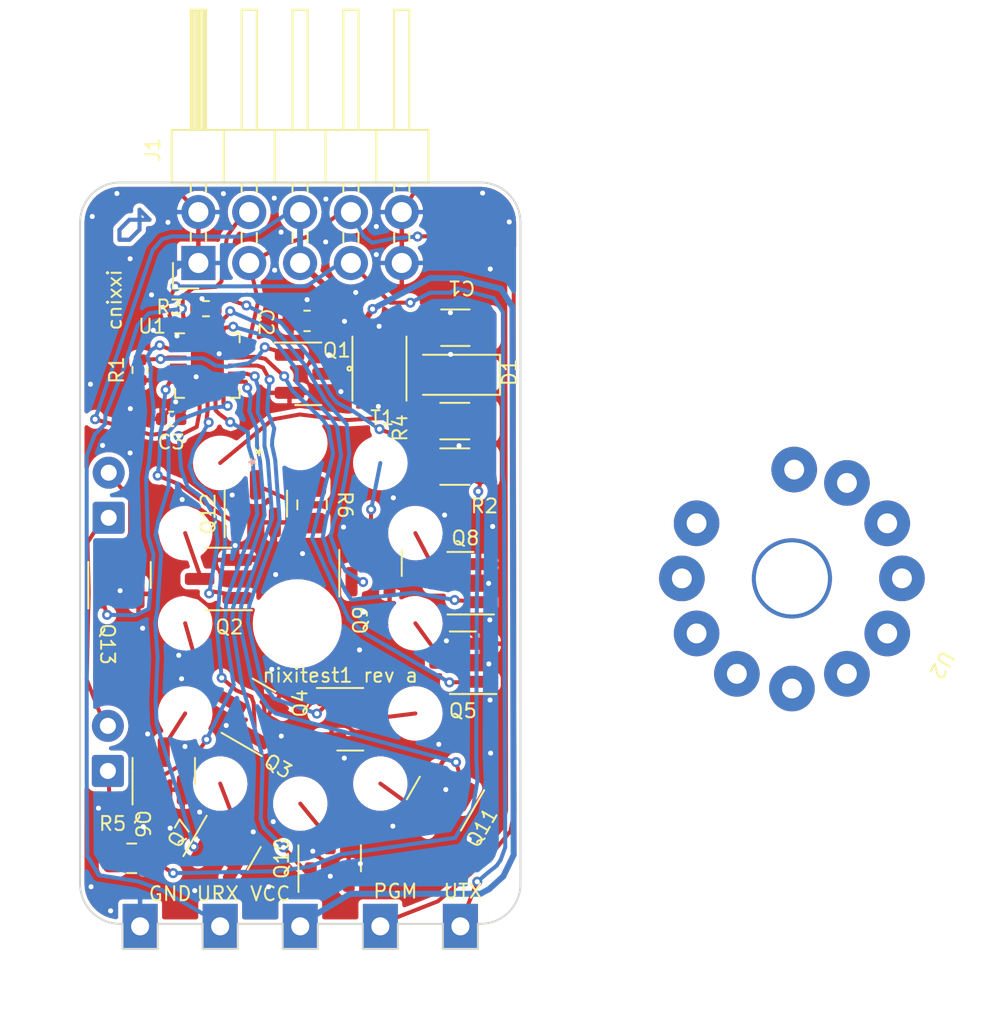
<source format=kicad_pcb>
(kicad_pcb (version 20221018) (generator pcbnew)
  (layers (0 "F.Cu" signal) (31 "B.Cu" signal) (34 "B.Paste" user) (35 "F.Paste" user) (36 "B.SilkS" user "B.Silkscreen") (37 "F.SilkS" user "F.Silkscreen") (38 "B.Mask" user) (39 "F.Mask" user) (44 "Edge.Cuts" user))
  (net 0 "")
  (net 1 "GND")
  (net 2 "Net-(D1-Pad2)")
  (net 3 "HVCTL")
  (net 4 "Net-(Q1-Pad3)")
  (net 5 "DIG_0")
  (net 6 "CATH0")
  (net 7 "DIG_1")
  (net 8 "CATH1")
  (net 9 "DIG_6")
  (net 10 "CATH6")
  (net 11 "DIG_7")
  (net 12 "CATH7")
  (net 13 "DIG_2")
  (net 14 "CATH2")
  (net 15 "DIG_3")
  (net 16 "CATH3")
  (net 17 "DIG_8")
  (net 18 "CATH8")
  (net 19 "DIG_9")
  (net 20 "CATH9")
  (net 21 "DIG_4")
  (net 22 "CATH4")
  (net 23 "DIG_5")
  (net 24 "CATH5")
  (net 25 "DIG_DOT")
  (net 26 "CATHDOT")
  (net 27 "DIG_AUX")
  (net 28 "CATHAUX")
  (net 29 "HVVMON")
  (net 30 "ANODE")
  (net 31 "HV")
  (net 32 "Net-(NE1-Pad1)")
  (net 33 "+5V")
  (net 34 "PGM")
  (net 35 "URX")
  (net 36 "UTX")
  (net 37 "Net-(NE1-Pad2)")
  (net 38 "Net-(Q12-Pad3)")
  (footprint "rawpad22:rawpad22" (layer "F.Cu") (at 98 95.125)
    (fp_text reference "J6" hide)
    (fp_text value "~" hide)
  )
  (footprint "Package_TO_SOT_SMD:SOT-23" (layer "F.Cu") (at 98.12 81.97 180)
    (fp_text reference "Q5")
    (fp_text value "HVN")
  )
  (footprint "Package_TO_SOT_SMD:SOT-23" (layer "F.Cu") (at 93.51 76.99 90)
    (fp_text reference "Q9")
    (fp_text value "HVN")
  )
  (footprint "Package_TO_SOT_SMD:SOT-23" (layer "F.Cu") (at 87.78 74.03 90)
    (fp_text reference "Q12")
    (fp_text value "HVN")
  )
  (footprint "Package_TO_SOT_SMD:SOT-23" (layer "F.Cu") (at 80.97 77.59 90)
    (fp_text reference "Q13")
    (fp_text value "HVN")
  )
  (footprint "Package_TO_SOT_SMD:SOT-23" (layer "F.Cu") (at 83.18 87.37 90)
    (fp_text reference "Q6")
    (fp_text value "HVN")
  )
  (footprint "Flyback-ATB3225:Flyback-ATB3225" (layer "F.Cu") (at 93.955 67.29 -90)
    (fp_text reference "T1")
    (fp_text value "Flyback-ATB3225")
  )
  (footprint "Package_DFN_QFN:QFN-20-1EP_3x3mm_P0.4mm_EP1.65x1.65mm" (layer "F.Cu") (at 85.359999 67.14)
    (fp_text reference "U1")
    (fp_text value "CH32V003F4U6")
  )
  (footprint "Capacitor_SMD:C_1206_3216Metric" (layer "F.Cu") (at 97.75 65.25 180)
    (fp_text reference "C1")
    (fp_text value "220nF 250V")
  )
  (footprint "Package_TO_SOT_SMD:SOT-23" (layer "F.Cu") (at 92.5 84.79)
    (fp_text reference "Q4")
    (fp_text value "HVN")
  )
  (footprint "Resistor_SMD:R_0402_1005Metric" (layer "F.Cu") (at 82 67.36 90)
    (fp_text reference "R1")
    (fp_text value "10k")
  )
  (footprint "Package_TO_SOT_SMD:SOT-23" (layer "F.Cu") (at 85.91 77.79 180)
    (fp_text reference "Q2")
    (fp_text value "HVN")
  )
  (footprint "Package_TO_SOT_SMD:SOT-23" (layer "F.Cu") (at 90.4 67.55)
    (fp_text reference "Q1")
    (fp_text value "60V 3A")
  )
  (footprint "Resistor_SMD:R_0402_1005Metric" (layer "F.Cu") (at 85.29 64.3)
    (fp_text reference "R3")
    (fp_text value "10k")
  )
  (footprint "rawpad22:rawpad22" (layer "F.Cu") (at 94 95.125)
    (fp_text reference "J5" hide)
    (fp_text value "~" hide)
  )
  (footprint "Resistor_SMD:R_0805_2012Metric" (layer "F.Cu") (at 90.59 74.09 -90)
    (fp_text reference "R6")
    (fp_text value "82kΩ 125mW")
  )
  (footprint "rawpad22:rawpad22" (layer "F.Cu") (at 90 95.125)
    (fp_text reference "J3" hide)
    (fp_text value "~" hide)
  )
  (footprint "Resistor_SMD:R_1206_3216Metric" (layer "F.Cu") (at 97.72 72.18)
    (fp_text reference "R2")
    (fp_text value "1M")
  )
  (footprint "neonglow:neonglow" (layer "F.Cu") (at 80.39 86.27 90)
    (fp_text reference "NE1" hide)
    (fp_text value "Lamp_Neon")
  )
  (footprint "Package_TO_SOT_SMD:SOT-23" (layer "F.Cu") (at 91.47 91.73 90)
    (fp_text reference "Q10")
    (fp_text value "HVN")
  )
  (footprint "Package_TO_SOT_SMD:SOT-23" (layer "F.Cu") (at 97 89 -120)
    (fp_text reference "Q11")
    (fp_text value "HVN")
  )
  (footprint "Library:IN2-NIXIE" (layer "F.Cu") (at 114.56 77.76 -120)
    (fp_text reference "U2")
    (fp_text value "IN12-NIXIETUBE")
  )
  (footprint "neonglow:neonglow" (layer "F.Cu") (at 80.43 73.635 90)
    (fp_text reference "NE2" hide)
    (fp_text value "Lamp_Neon")
  )
  (footprint "rawpad22:rawpad22" (layer "F.Cu") (at 86 95.125)
    (fp_text reference "J4" hide)
    (fp_text value "~" hide)
  )
  (footprint "rawpad22:rawpad22" (layer "F.Cu") (at 82 95.125)
    (fp_text reference "J2" hide)
    (fp_text value "~" hide)
  )
  (footprint "Connector_PinHeader_2.54mm:PinHeader_2x05_P2.54mm_Horizontal" (layer "F.Cu") (at 84.91 62.02 90)
    (fp_text reference "J1")
    (fp_text value "MSYS")
  )
  (footprint "Resistor_SMD:R_0805_2012Metric" (layer "F.Cu") (at 81.58 91.73 180)
    (fp_text reference "R5")
    (fp_text value "82kΩ 125mW")
  )
  (footprint "Capacitor_SMD:C_0603_1608Metric" (layer "F.Cu") (at 90.34 64.91 180)
    (fp_text reference "C2")
    (fp_text value "10uF 25V")
  )
  (footprint "Package_TO_SOT_SMD:SOT-23" (layer "F.Cu") (at 98 78 180)
    (fp_text reference "Q8")
    (fp_text value "HVN")
  )
  (footprint "Package_TO_SOT_SMD:SOT-23" (layer "F.Cu") (at 86.35 90.95 60)
    (fp_text reference "Q7")
    (fp_text value "HVN")
  )
  (footprint "Package_TO_SOT_SMD:SOT-23" (layer "F.Cu") (at 87.41 84.44 150)
    (fp_text reference "Q3")
    (fp_text value "HVN")
  )
  (footprint "Resistor_SMD:R_1206_3216Metric" (layer "F.Cu") (at 97.72 69.91 180)
    (fp_text reference "R4")
    (fp_text value "15kΩ 1206 1% 250mW")
  )
  (footprint "Diode_SMD:D_SOD-123F" (layer "F.Cu") (at 97.78 67.6 180)
    (fp_text reference "D1")
    (fp_text value "35ns 1A 400V" hide)
  )
  (footprint "Capacitor_SMD:C_0402_1005Metric" (layer "F.Cu") (at 83.55 69.8 180)
    (fp_text reference "C3")
    (fp_text value "100n")
  )
  (gr_line (start 79 60) (end 79 93) (stroke (width 0.1)) (layer "Edge.Cuts"))
  (gr_line (start 93.125 96.25) (end 93.125 95) (stroke (width 0.1)) (layer "Edge.Cuts"))
  (gr_line (start 94.875 96.25) (end 93.125 96.25) (stroke (width 0.1)) (layer "Edge.Cuts"))
  (gr_arc (start 101 93) (mid 100.414214 94.414214) (end 99 95) (stroke (width 0.1)) (layer "Edge.Cuts"))
  (gr_line (start 90.875 96.25) (end 89.125 96.25) (stroke (width 0.1)) (layer "Edge.Cuts"))
  (gr_line (start 86.875 95) (end 86.875 96.25) (stroke (width 0.1)) (layer "Edge.Cuts"))
  (gr_line (start 81.125 96.25) (end 82.875 96.25) (stroke (width 0.1)) (layer "Edge.Cuts"))
  (gr_line (start 90.875 95) (end 93.125 95) (stroke (width 0.1)) (layer "Edge.Cuts"))
  (gr_line (start 101 93) (end 101 60) (stroke (width 0.1)) (layer "Edge.Cuts"))
  (gr_arc (start 81 95) (mid 79.585786 94.414214) (end 79 93) (stroke (width 0.1)) (layer "Edge.Cuts"))
  (gr_line (start 82.875 95) (end 85.125 95) (stroke (width 0.1)) (layer "Edge.Cuts"))
  (gr_line (start 98.875 96.25) (end 97.125 96.25) (stroke (width 0.1)) (layer "Edge.Cuts"))
  (gr_line (start 82.875 96.25) (end 82.875 95) (stroke (width 0.1)) (layer "Edge.Cuts"))
  (gr_line (start 99 95) (end 98.875 95) (stroke (width 0.1)) (layer "Edge.Cuts"))
  (gr_line (start 81 58) (end 99 58) (stroke (width 0.1)) (layer "Edge.Cuts"))
  (gr_line (start 81 95) (end 81.125 95) (stroke (width 0.1)) (layer "Edge.Cuts"))
  (gr_line (start 89.125 96.25) (end 89.125 95) (stroke (width 0.1)) (layer "Edge.Cuts"))
  (gr_line (start 94.875 95) (end 94.875 96.25) (stroke (width 0.1)) (layer "Edge.Cuts"))
  (gr_line (start 85.125 96.25) (end 85.125 95) (stroke (width 0.1)) (layer "Edge.Cuts"))
  (gr_line (start 90.875 95) (end 90.875 96.25) (stroke (width 0.1)) (layer "Edge.Cuts"))
  (gr_arc (start 79 60) (mid 79.585786 58.585786) (end 81 58) (stroke (width 0.1)) (layer "Edge.Cuts"))
  (gr_line (start 86.875 95) (end 89.125 95) (stroke (width 0.1)) (layer "Edge.Cuts"))
  (gr_line (start 81.125 95) (end 81.125 96.25) (stroke (width 0.1)) (layer "Edge.Cuts"))
  (gr_arc (start 99 58) (mid 100.414214 58.585786) (end 101 60) (stroke (width 0.1)) (layer "Edge.Cuts"))
  (gr_line (start 98.875 95) (end 98.875 96.25) (stroke (width 0.1)) (layer "Edge.Cuts"))
  (gr_line (start 86.875 96.25) (end 85.125 96.25) (stroke (width 0.1)) (layer "Edge.Cuts"))
  (gr_line (start 97.125 96.25) (end 97.125 95) (stroke (width 0.1)) (layer "Edge.Cuts"))
  (gr_line (start 94.875 95) (end 97.125 95) (stroke (width 0.1)) (layer "Edge.Cuts"))
  (gr_text "*" (at 87.42 71.84 -120) (layer "B.SilkS") (effects (font (size 0.7 0.7) (thickness 0.1)) (justify mirror)))
  (gr_text "GND" (at 83.5 93.5) (layer "F.SilkS") (effects (font (size 0.7 0.7) (thickness 0.1))))
  (gr_text "cnixxi" (at 80.72 63.86 90) (layer "F.SilkS") (effects (font (size 0.7 0.7) (thickness 0.1))))
  (gr_text "*" (at 88.11 71.34 120) (layer "F.SilkS") (effects (font (size 0.7 0.7) (thickness 0.1))))
  (gr_text "UTX" (at 98.125 93.375) (layer "F.SilkS") (effects (font (size 0.7 0.7) (thickness 0.1))))
  (gr_text "PGM" (at 94.75 93.375) (layer "F.SilkS") (effects (font (size 0.7 0.7) (thickness 0.1))))
  (gr_text "URX" (at 85.875 93.5) (layer "F.SilkS") (effects (font (size 0.7 0.7) (thickness 0.1))))
  (gr_text "VCC" (at 88.5 93.5) (layer "F.SilkS") (effects (font (size 0.7 0.7) (thickness 0.1))))
  (gr_text "nixitest1 rev a" (at 92 82.6) (layer "F.SilkS") (effects (font (size 0.7 0.7) (thickness 0.1))))
  (segment (start 80.97 60.86) (end 80.97 60.36) (width 0.2) (layer "F.Cu") (net 0))
  (segment (start 81.97 59.36) (end 81.97 60.36) (width 0.2) (layer "F.Cu") (net 0))
  (segment (start 81.97 60.36) (end 81.47 60.86) (width 0.2) (layer "F.Cu") (net 0))
  (segment (start 81.47 59.86) (end 82.47 59.86) (width 0.2) (layer "F.Cu") (net 0))
  (segment (start 80.97 60.36) (end 81.47 59.86) (width 0.2) (layer "F.Cu") (net 0))
  (segment (start 81.47 60.86) (end 80.97 60.86) (width 0.2) (layer "F.Cu") (net 0))
  (segment (start 82.47 59.86) (end 81.97 59.36) (width 0.2) (layer "F.Cu") (net 0))
  (segment (start 80.97 60.36) (end 81.47 59.86) (width 0.2) (layer "B.Cu") (net 0))
  (segment (start 82.47 59.86) (end 81.97 59.36) (width 0.2) (layer "B.Cu") (net 0))
  (segment (start 81.97 59.36) (end 81.97 60.36) (width 0.2) (layer "B.Cu") (net 0))
  (segment (start 81.47 60.86) (end 80.97 60.86) (width 0.2) (layer "B.Cu") (net 0))
  (segment (start 80.97 60.86) (end 80.97 60.36) (width 0.2) (layer "B.Cu") (net 0))
  (segment (start 81.47 59.86) (end 82.47 59.86) (width 0.2) (layer "B.Cu") (net 0))
  (segment (start 81.97 60.36) (end 81.47 60.86) (width 0.2) (layer "B.Cu") (net 0))
  (segment (start 91.307459 58.332541) (end 91.28 58.83) (width 0.2) (layer "F.Cu") (net 1))
  (segment (start 84.55 72.9) (end 85.5 73.55) (width 0.2) (layer "F.Cu") (net 1))
  (segment (start 88.625 69.225) (end 89.925 69.125) (width 0.2) (layer "F.Cu") (net 1))
  (segment (start 88.44 76.71) (end 88.73 74.9675) (width 0.2) (layer "F.Cu") (net 1))
  (segment (start 81.575 70.8) (end 82.6 70.975) (width 0.2) (layer "F.Cu") (net 1))
  (segment (start 92.0025 85.74) (end 88.2875 84.99) (width 0.2) (layer "F.Cu") (net 1))
  (segment (start 85.5 73.55) (end 86.6 73.6) (width 0.2) (layer "F.Cu") (net 1))
  (segment (start 97.61 79.51) (end 99.0575 81.02) (width 0.2) (layer "F.Cu") (net 1))
  (segment (start 84.08 73.92) (end 83.52 73.28) (width 0.2) (layer "F.Cu") (net 1))
  (segment (start 83.77 58.32) (end 84.91 59.48) (width 0.2) (layer "F.Cu") (net 1))
  (segment (start 81.925 73.025) (end 81.75 72.625) (width 0.2) (layer "F.Cu") (net 1))
  (segment (start 82.475 71.875) (end 83.6 72.225) (width 0.2) (layer "F.Cu") (net 1))
  (segment (start 81.5 71.5) (end 81.728571 72.003571) (width 0.2) (layer "F.Cu") (net 1))
  (segment (start 83.6 72.225) (end 84.55 72.9) (width 0.2) (layer "F.Cu") (net 1))
  (segment (start 86.8075 81.45) (end 87.98 82.51) (width 0.2) (layer "F.Cu") (net 1))
  (segment (start 81.92 78.5275) (end 83.29 78.6) (width 0.2) (layer "F.Cu") (net 1))
  (segment (start 80.125 71.125) (end 81.575 70.8) (width 0.2) (layer "F.Cu") (net 1))
  (segment (start 83.9758 78.4758) (end 84.925 78.725) (width 0.2) (layer "F.Cu") (net 1))
  (segment (start 86.75 76.12) (end 85.975 75.75) (width 0.2) (layer "F.Cu") (net 1))
  (segment (start 82.6 70.975) (end 83.95 71.175) (width 0.2) (layer "F.Cu") (net 1))
  (segment (start 86.9 70.4) (end 87.575 69.775) (width 0.2) (layer "F.Cu") (net 1))
  (segment (start 91.307459 58.332541) (end 88.801628 58.328372) (width 0.2) (layer "F.Cu") (net 1))
  (segment (start 87.98 82.51) (end 88.2875 84.99) (width 0.2) (layer "F.Cu") (net 1))
  (segment (start 84.925 78.725) (end 85.525 79.225) (width 0.2) (layer "F.Cu") (net 1))
  (segment (start 83.29 78.6) (end 83.9758 78.4758) (width 0.2) (layer "F.Cu") (net 1))
  (segment (start 95.085 61.65) (end 95.085 59.11) (width 0.2) (layer "F.Cu") (net 1))
  (segment (start 85.25 74.475) (end 84.875 74.225) (width 0.2) (layer "F.Cu") (net 1))
  (segment (start 84.79 64.075) (end 85.09 63.8) (width 0.2) (layer "F.Cu") (net 1))
  (segment (start 85.975 75.75) (end 85.6 74.925) (width 0.2) (layer "F.Cu") (net 1))
  (segment (start 93.77 85.88) (end 92.0025 85.74) (width 0.2) (layer "F.Cu") (net 1))
  (segment (start 86.8875 76.72) (end 88.44 76.71) (width 0.2) (layer "F.Cu") (net 1))
  (segment (start 99.93 77.47) (end 98.9375 77.05) (width 0.2) (layer "F.Cu") (net 1))
  (segment (start 91.67 76.35) (end 93.05 77.02) (width 0.2) (layer "F.Cu") (net 1))
  (segment (start 89.565 64.91) (end 90.34 63.85) (width 0.2) (layer "F.Cu") (net 1))
  (segment (start 90.113482 76.523482) (end 91.67 76.35) (width 0.2) (layer "F.Cu") (net 1))
  (segment (start 88.44 76.71) (end 90.113482 76.523482) (width 0.2) (layer "F.Cu") (net 1))
  (segment (start 89.925 69.125) (end 92.03 68.44) (width 0.2) (layer "F.Cu") (net 1))
  (segment (start 84.875 74.225) (end 84.08 73.92) (width 0.2) (layer "F.Cu") (net 1))
  (segment (start 87.575 69.775) (end 88.625 69.225) (width 0.2) (layer "F.Cu") (net 1))
  (segment (start 86.525 70.525) (end 86.9 70.4) (width 0.2) (layer "F.Cu") (net 1))
  (segment (start 88.7 58.78) (end 88.801628 58.328372) (width 0.2) (layer "F.Cu") (net 1))
  (segment (start 96.5 78.72) (end 97.61 79.51) (width 0.2) (layer "F.Cu") (net 1))
  (segment (start 88.801628 58.328372) (end 83.77 58.32) (width 0.2) (layer "F.Cu") (net 1))
  (segment (start 84.8 67.7) (end 84.425 67.525) (width 0.2) (layer "F.Cu") (net 1))
  (segment (start 84.08 73.92) (end 82.9 74.45) (width 0.2) (layer "F.Cu") (net 1))
  (segment (start 95.946026 87.233101) (end 93.77 85.88) (width 0.2) (layer "F.Cu") (net 1))
  (segment (start 100.1 79.6) (end 99.93 77.47) (width 0.2) (layer "F.Cu") (net 1))
  (segment (start 99.0575 81.02) (end 100.1 79.6) (width 0.2) (layer "F.Cu") (net 1))
  (segment (start 81.75 72.625) (end 81.875 72.25) (width 0.2) (layer "F.Cu") (net 1))
  (segment (start 93.05 77.02) (end 93.95 77.9375) (width 0.2) (layer "F.Cu") (net 1))
  (segment (start 81.9 71.875) (end 82.475 71.875) (width 0.2) (layer "F.Cu") (net 1))
  (segment (start 85.525 79.225) (end 86.8075 81.45) (width 0.2) (layer "F.Cu") (net 1))
  (segment (start 93.95 77.9375) (end 96.5 78.72) (width 0.2) (layer "F.Cu") (net 1))
  (segment (start 95.79 58.34) (end 91.307459 58.332541) (width 0.2) (layer "F.Cu") (net 1))
  (segment (start 85.359999 67.14) (end 85.95 66.55) (width 0.2) (layer "F.Cu") (net 1))
  (segment (start 83.52 73.28) (end 81.925 73.025) (width 0.2) (layer "F.Cu") (net 1))
  (segment (start 81.728571 72.003571) (end 81.9 71.875) (width 0.2) (layer "F.Cu") (net 1))
  (segment (start 82.76 75.32) (end 82.91 75.96) (width 0.2) (layer "F.Cu") (net 1))
  (segment (start 84.425 67.525) (end 83.909999 67.54) (width 0.2) (layer "F.Cu") (net 1))
  (segment (start 85.35 70.6) (end 86.1 70.375) (width 0.2) (layer "F.Cu") (net 1))
  (segment (start 95.07 59.48) (end 95.79 58.34) (width 0.2) (layer "F.Cu") (net 1))
  (segment (start 81.875 72.25) (end 81.728571 72.003571) (width 0.2) (layer "F.Cu") (net 1))
  (segment (start 84.35 71.075) (end 85.35 70.6) (width 0.2) (layer "F.Cu") (net 1))
  (segment (start 82.9 74.45) (end 82.76 75.32) (width 0.2) (layer "F.Cu") (net 1))
  (segment (start 82.91 75.96) (end 83.9758 78.4758) (width 0.2) (layer "F.Cu") (net 1))
  (segment (start 85.6 74.925) (end 85.25 74.475) (width 0.2) (layer "F.Cu") (net 1))
  (segment (start 86.1 70.375) (end 86.525 70.525) (width 0.2) (layer "F.Cu") (net 1))
  (segment (start 83.07 69.8) (end 83.775 68.95) (width 0.2) (layer "F.Cu") (net 1))
  (segment (start 83.95 71.175) (end 84.35 71.075) (width 0.2) (layer "F.Cu") (net 1))
  (via (at 88.575 82.3) (size 0.5) (drill 0.25) (layers "F.Cu" "B.Cu") (net 1))
  (via (at 88.72 62.38) (size 0.5) (drill 0.25) (layers "F.Cu" "B.Cu") (net 1))
  (via (at 97.27 88.3) (size 0.5) (drill 0.25) (layers "F.Cu" "B.Cu") (net 1))
  (via (at 84.975 89.425) (size 0.5) (drill 0.25) (layers "F.Cu" "B.Cu") (net 1))
  (via (at 82.57 63.61) (size 0.5) (drill 0.25) (layers "F.Cu" "B.Cu") (net 1))
  (via (at 81 78.375) (size 0.5) (drill 0.25) (layers "F.Cu" "B.Cu") (net 1))
  (via (at 92.03 68.44) (size 0.5) (drill 0.25) (layers "F.Cu" "B.Cu") (net 1))
  (via (at 88.42 93.15) (size 0.5) (drill 0.25) (layers "F.Cu" "B.Cu") (net 1))
  (via (at 90.113482 76.523482) (size 0.5) (drill 0.25) (layers "F.Cu" "B.Cu") (net 1))
  (via (at 89.04 60.48) (size 0.5) (drill 0.25) (layers "F.Cu" "B.Cu") (net 1))
  (via (at 99.41 78.01) (size 0.5) (drill 0.25) (layers "F.Cu" "B.Cu") (net 1))
  (via (at 86.3 85.1) (size 0.5) (drill 0.25) (layers "F.Cu" "B.Cu") (net 1))
  (via (at 80.84 58.55) (size 0.5) (drill 0.25) (layers "F.Cu" "B.Cu") (net 1))
  (via (at 97.51 66.58) (size 0.5) (drill 0.25) (layers "F.Cu" "B.Cu") (net 1))
  (via (at 83.84 65.66) (size 0.5) (drill 0.25) (layers "F.Cu" "B.Cu") (net 1))
  (via (at 84.07 82.77) (size 0.5) (drill 0.25) (layers "F.Cu" "B.Cu") (net 1))
  (via (at 94.625 90.125) (size 0.5) (drill 0.25) (layers "F.Cu" "B.Cu") (net 1))
  (via (at 83.93 81.6) (size 0.5) (drill 0.25) (layers "F.Cu" "B.Cu") (net 1))
  (via (at 87.65 90.41) (size 0.5) (drill 0.25) (layers "F.Cu" "B.Cu") (net 1))
  (via (at 90.34 63.85) (size 0.5) (drill 0.25) (layers "F.Cu" "B.Cu") (net 1))
  (via (at 88.77 77.57) (size 0.5) (drill 0.25) (layers "F.Cu" "B.Cu") (net 1))
  (via (at 94.65 73.74) (size 0.5) (drill 0.25) (layers "F.Cu" "B.Cu") (net 1))
  (via (at 98.44 90.78) (size 0.5) (drill 0.25) (layers "F.Cu" "B.Cu") (net 1))
  (via (at 88.65 89.9) (size 0.5) (drill 0.25) (layers "F.Cu" "B.Cu") (net 1))
  (via (at 92.21 64.93) (size 0.5) (drill 0.25) (layers "F.Cu" "B.Cu") (net 1))
  (via (at 82.375 85.525) (size 0.5) (drill 0.25) (layers "F.Cu" "B.Cu") (net 1))
  (via (at 79.92 89.23) (size 0.5) (drill 0.25) (layers "F.Cu" "B.Cu") (net 1))
  (via (at 99.61 75.17) (size 0.5) (drill 0.25) (layers "F.Cu" "B.Cu") (net 1))
  (via (at 84.24 86.15) (size 0.5) (drill 0.25) (layers "F.Cu" "B.Cu") (net 1))
  (via (at 86.75 76.12) (size 0.5) (drill 0.25) (layers "F.Cu" "B.Cu") (net 1))
  (via (at 84.73 93.34) (size 0.5) (drill 0.25) (layers "F.Cu" "B.Cu") (net 1))
  (via (at 97.3 80.875) (size 0.5) (drill 0.25) (layers "F.Cu" "B.Cu") (net 1))
  (via (at 92.2 86.73) (size 0.5) (drill 0.25) (layers "F.Cu" "B.Cu") (net 1))
  (via (at 92.96 81.33) (size 0.5) (drill 0.25) (layers "F.Cu" "B.Cu") (net 1))
  (via (at 97.5 64.5) (size 0.5) (drill 0.25) (layers "F.Cu" "B.Cu") (net 1))
  (via (at 82.125 80.25) (size 0.5) (drill 0.25) (layers "F.Cu" "B.Cu") (net 1))
  (via (at 79.61 59.7) (size 0.5) (drill 0.25) (layers "F.Cu" "B.Cu") (net 1))
  (via (at 99.51 86.48) (size 0.5) (drill 0.25) (layers "F.Cu" "B.Cu") (net 1))
  (via (at 92.16 75.2) (size 0.5) (drill 0.25) (layers "F.Cu" "B.Cu") (net 1))
  (via (at 88.7 58.78) (size 0.5) (drill 0.25) (layers "F.Cu" "B.Cu") (net 1))
  (via (at 99.49 62.32) (size 0.5) (drill 0.25) (layers "F.Cu" "B.Cu") (net 1))
  (via (at 99.42 82.03) (size 0.5) (drill 0.25) (layers "F.Cu" "B.Cu") (net 1))
  (via (at 97.93 71.14) (size 0.5) (drill 0.25) (layers "F.Cu" "B.Cu") (net 1))
  (via (at 92.77 63.49) (size 0.5) (drill 0.25) (layers "F.Cu" "B.Cu") (net 1))
  (via (at 85.09 63.8) (size 0.5) (drill 0.25) (layers "F.Cu" "B.Cu") (net 1))
  (via (at 91.42 66.64) (size 0.5) (drill 0.25) (layers "F.Cu" "B.Cu") (net 1))
  (via (at 96.92 86.04) (size 0.5) (drill 0.25) (layers "F.Cu" "B.Cu") (net 1))
  (via (at 93.94 65.18) (size 0.5) (drill 0.25) (layers "F.Cu" "B.Cu") (net 1))
  (via (at 93.8 60.2) (size 0.5) (drill 0.25) (layers "F.Cu" "B.Cu") (net 1))
  (via (at 83.39 59.99) (size 0.5) (drill 0.25) (layers "F.Cu" "B.Cu") (net 1))
  (via (at 85.95 66.55) (size 0.5) (drill 0.25) (layers "F.Cu" "B.Cu") (net 1))
  (via (at 82.66 65.38) (size 0.5) (drill 0.25) (layers "F.Cu" "B.Cu") (net 1))
  (via (at 84.8 67.7) (size 0.5) (drill 0.25) (layers "F.Cu" "B.Cu") (net 1))
  (via (at 99.47 79.83) (size 0.5) (drill 0.25) (layers "F.Cu" "B.Cu") (net 1))
  (via (at 86.6 73.6) (size 0.5) (drill 0.25) (layers "F.Cu" "B.Cu") (net 1))
  (via (at 91.28 58.83) (size 0.5) (drill 0.25) (layers "F.Cu" "B.Cu") (net 1))
  (via (at 100.44 59.97) (size 0.5) (drill 0.25) (layers "F.Cu" "B.Cu") (net 1))
  (via (at 89.05 85.63) (size 0.5) (drill 0.25) (layers "F.Cu" "B.Cu") (net 1))
  (via (at 91.27 60.97) (size 0.5) (drill 0.25) (layers "F.Cu" "B.Cu") (net 1))
  (via (at 97.21 74.6) (size 0.5) (drill 0.25) (layers "F.Cu" "B.Cu") (net 1))
  (via (at 83.775 68.95) (size 0.5) (drill 0.25) (layers "F.Cu" "B.Cu") (net 1))
  (via (at 80.525 94.35) (size 0.5) (drill 0.25) (layers "F.Cu" "B.Cu") (net 1))
  (via (at 80.125 71.125) (size 0.5) (drill 0.25) (layers "F.Cu" "B.Cu") (net 1))
  (via (at 93.9 69.18) (size 0.5) (drill 0.25) (layers "F.Cu" "B.Cu") (net 1))
  (via (at 83.5 90.225) (size 0.5) (drill 0.25) (layers "F.Cu" "B.Cu") (net 1))
  (via (at 81.51 69.29) (size 0.5) (drill 0.25) (layers "F.Cu" "B.Cu") (net 1))
  (via (at 84.1 73.825) (size 0.5) (drill 0.25) (layers "F.Cu" "B.Cu") (net 1))
  (via (at 93.18 79.44) (size 0.5) (drill 0.25) (layers "F.Cu" "B.Cu") (net 1))
  (via (at 81.5 61.81) (size 0.5) (drill 0.25) (layers "F.Cu" "B.Cu") (net 1))
  (via (at 86.16 58.56) (size 0.5) (drill 0.25) (layers "F.Cu" "B.Cu") (net 1))
  (via (at 93.8 61.6) (size 0.5) (drill 0.25) (layers "F.Cu" "B.Cu") (net 1))
  (via (at 79.55 93.15) (size 0.5) (drill 0.25) (layers "F.Cu" "B.Cu") (net 1))
  (via (at 93 92) (size 0.5) (drill 0.25) (layers "F.Cu" "B.Cu") (net 1))
  (via (at 79.52 68.07) (size 0.5) (drill 0.25) (layers "F.Cu" "B.Cu") (net 1))
  (via (at 90.625 91.375) (size 0.5) (drill 0.25) (layers "F.Cu" "B.Cu") (net 1))
  (via (at 91.5 92.625) (size 0.5) (drill 0.25) (layers "F.Cu" "B.Cu") (net 1))
  (via (at 99.48 83.83) (size 0.5) (drill 0.25) (layers "F.Cu" "B.Cu") (net 1))
  (via (at 99.11 58.53) (size 0.5) (drill 0.25) (layers "F.Cu" "B.Cu") (net 1))
  (via (at 81.5 71.5) (size 0.5) (drill 0.25) (layers "F.Cu" "B.Cu") (net 1))
  (via (at 82.16 90.15) (size 0.5) (drill 0.25) (layers "F.Cu" "B.Cu") (net 1))
  (segment (start 97.31 58.34) (end 99.11 58.53) (width 0.2) (layer "B.Cu") (net 1))
  (segment (start 91.28 58.83) (end 91.305749 58.325749) (width 0.2) (layer "B.Cu") (net 1))
  (segment (start 83.575 63.725) (end 83.225 63.35) (width 0.2) (layer "B.Cu") (net 1))
  (segment (start 80.125 71.125) (end 81.5 71.5) (width 0.2) (layer "B.Cu") (net 1))
  (segment (start 86.75 76.12) (end 86.6 73.6) (width 0.2) (layer "B.Cu") (net 1))
  (segment (start 87.33 63.6) (end 85.09 63.8) (width 0.2) (layer "B.Cu") (net 1))
  (segment (start 85.09 63.8) (end 83.575 63.725) (width 0.2) (layer "B.Cu") (net 1))
  (segment (start 83.775 68.95) (end 84.8 67.7) (width 0.2) (layer "B.Cu") (net 1))
  (segment (start 91.305749 58.325749) (end 97.31 58.34) (width 0.2) (layer "B.Cu") (net 1))
  (segment (start 88.351263 58.318737) (end 88.7 58.78) (width 0.2) (layer "B.Cu") (net 1))
  (segment (start 90.34 63.85) (end 87.33 63.6) (width 0.2) (layer "B.Cu") (net 1))
  (segment (start 84.67 58.31) (end 88.351263 58.318737) (width 0.2) (layer "B.Cu") (net 1))
  (segment (start 83.375 62.525) (end 84.925 61.65) (width 0.2) (layer "B.Cu") (net 1))
  (segment (start 85.95 66.55) (end 85.09 63.8) (width 0.2) (layer "B.Cu") (net 1))
  (segment (start 80.84 58.55) (end 84.67 58.31) (width 0.2) (layer "B.Cu") (net 1))
  (segment (start 83.225 63.35) (end 83.375 62.525) (width 0.2) (layer "B.Cu") (net 1))
  (segment (start 88.351263 58.318737) (end 91.305749 58.325749) (width 0.2) (layer "B.Cu") (net 1))
  (segment (start 94.84 68.79) (end 95.57 67.82) (width 0.2) (layer "F.Cu") (net 2))
  (segment (start 95.57 67.82) (end 96.38 67.6) (width 0.2) (layer "F.Cu") (net 2))
  (segment (start 88.225 66.225) (end 89.4625 66.6) (width 0.2) (layer "F.Cu") (net 3))
  (segment (start 82 66.85) (end 83.02 66.81) (width 0.2) (layer "F.Cu") (net 3))
  (segment (start 83.41 66.74) (end 83.02 66.81) (width 0.2) (layer "F.Cu") (net 3))
  (segment (start 83.909999 66.74) (end 83.41 66.74) (width 0.2) (layer "F.Cu") (net 3))
  (via (at 88.225 66.225) (size 0.5) (drill 0.25) (layers "F.Cu" "B.Cu") (net 3))
  (via (at 83.02 66.81) (size 0.5) (drill 0.25) (layers "F.Cu" "B.Cu") (net 3))
  (segment (start 87.4 67.025) (end 87.925 66.65) (width 0.2) (layer "B.Cu") (net 3))
  (segment (start 86.325 67.2) (end 87.4 67.025) (width 0.2) (layer "B.Cu") (net 3))
  (segment (start 83.02 66.81) (end 85.125 66.775) (width 0.2) (layer "B.Cu") (net 3))
  (segment (start 85.4 66.9) (end 85.75 67.125) (width 0.2) (layer "B.Cu") (net 3))
  (segment (start 85.125 66.775) (end 85.4 66.9) (width 0.2) (layer "B.Cu") (net 3))
  (segment (start 87.925 66.65) (end 88.225 66.225) (width 0.2) (layer "B.Cu") (net 3))
  (segment (start 85.75 67.125) (end 86.325 67.2) (width 0.2) (layer "B.Cu") (net 3))
  (segment (start 92.64 68.31) (end 93.07 68.79) (width 0.2) (layer "F.Cu") (net 4))
  (segment (start 92.31 67.96) (end 92.64 68.31) (width 0.2) (layer "F.Cu") (net 4))
  (segment (start 91.3375 67.55) (end 92.31 67.96) (width 0.2) (layer "F.Cu") (net 4))
  (segment (start 85.66 78.42) (end 86.8875 78.62) (width 0.2) (layer "F.Cu") (net 5))
  (segment (start 84.825 70.2) (end 84.975 69.425) (width 0.2) (layer "F.Cu") (net 5))
  (segment (start 85.45 78.51) (end 85.66 78.42) (width 0.2) (layer "F.Cu") (net 5))
  (segment (start 83.925 70.65) (end 84.825 70.2) (width 0.2) (layer "F.Cu") (net 5))
  (segment (start 84.975 69.425) (end 84.959999 68.59) (width 0.2) (layer "F.Cu") (net 5))
  (via (at 83.925 70.65) (size 0.5) (drill 0.25) (layers "F.Cu" "B.Cu") (net 5))
  (via (at 85.45 78.51) (size 0.5) (drill 0.25) (layers "F.Cu" "B.Cu") (net 5))
  (segment (start 85.2 73.8) (end 84.37 73.2) (width 0.2) (layer "B.Cu") (net 5))
  (segment (start 85.73 74.69) (end 85.2 73.8) (width 0.2) (layer "B.Cu") (net 5))
  (segment (start 84.05 72.31) (end 83.925 70.65) (width 0.2) (layer "B.Cu") (net 5))
  (segment (start 85.87 75.99) (end 85.73 74.69) (width 0.2) (layer "B.Cu") (net 5))
  (segment (start 85.45 78.51) (end 85.87 75.99) (width 0.2) (layer "B.Cu") (net 5))
  (segment (start 84.37 73.2) (end 84.05 72.31) (width 0.2) (layer "B.Cu") (net 5))
  (segment (start 85.0125 77.67) (end 84.25 75.5) (width 0.2) (layer "F.Cu") (net 6))
  (segment (start 86.8075 83.35) (end 87.56 83.66) (width 0.2) (layer "F.Cu") (net 7))
  (segment (start 85.375 69.375) (end 85.359999 68.59) (width 0.2) (layer "F.Cu") (net 7))
  (segment (start 87.67 83.98) (end 87.746899 85.731474) (width 0.2) (layer "F.Cu") (net 7))
  (segment (start 87.56 83.66) (end 87.67 83.98) (width 0.2) (layer "F.Cu") (net 7))
  (segment (start 85.3 69.95) (end 85.375 69.375) (width 0.2) (layer "F.Cu") (net 7))
  (segment (start 86.075 82.725) (end 86.8075 83.35) (width 0.2) (layer "F.Cu") (net 7))
  (segment (start 85.425 69.975) (end 85.3 69.95) (width 0.2) (layer "F.Cu") (net 7))
  (via (at 86.075 82.725) (size 0.5) (drill 0.25) (layers "F.Cu" "B.Cu") (net 7))
  (via (at 85.425 69.975) (size 0.5) (drill 0.25) (layers "F.Cu" "B.Cu") (net 7))
  (segment (start 86.14 74.57) (end 86.25 76.02) (width 0.2) (layer "B.Cu") (net 7))
  (segment (start 85.81 79.98) (end 86.075 82.725) (width 0.2) (layer "B.Cu") (net 7))
  (segment (start 85.425 69.975) (end 84.67 71.34) (width 0.2) (layer "B.Cu") (net 7))
  (segment (start 84.47 72.17) (end 84.74 72.93) (width 0.2) (layer "B.Cu") (net 7))
  (segment (start 85.53 73.55) (end 86.14 74.57) (width 0.2) (layer "B.Cu") (net 7))
  (segment (start 84.67 71.34) (end 84.47 72.17) (width 0.2) (layer "B.Cu") (net 7))
  (segment (start 85.99 78.18) (end 85.94 78.83) (width 0.2) (layer "B.Cu") (net 7))
  (segment (start 84.74 72.93) (end 85.53 73.55) (width 0.2) (layer "B.Cu") (net 7))
  (segment (start 85.94 78.83) (end 85.81 79.98) (width 0.2) (layer "B.Cu") (net 7))
  (segment (start 86.25 76.02) (end 85.99 78.18) (width 0.2) (layer "B.Cu") (net 7))
  (segment (start 85.14 82.91) (end 84.9325 82.4) (width 0.2) (layer "F.Cu") (net 8))
  (segment (start 86.598101 83.97125) (end 85.14 82.91) (width 0.2) (layer "F.Cu") (net 8))
  (segment (start 84.9325 82.4) (end 84.25 80) (width 0.2) (layer "F.Cu") (net 8))
  (segment (start 87.86 67.14) (end 88.14 67.24) (width 0.2) (layer "F.Cu") (net 9))
  (segment (start 86.809999 67.14) (end 87.86 67.14) (width 0.2) (layer "F.Cu") (net 9))
  (segment (start 88.14 67.24) (end 88.47 67.85) (width 0.2) (layer "F.Cu") (net 9))
  (segment (start 90.83 84.51) (end 91.5625 83.84) (width 0.2) (layer "F.Cu") (net 9))
  (via (at 88.47 67.85) (size 0.5) (drill 0.25) (layers "F.Cu" "B.Cu") (net 9))
  (via (at 90.83 84.51) (size 0.5) (drill 0.25) (layers "F.Cu" "B.Cu") (net 9))
  (segment (start 87.46 79.07) (end 87.38 79.94) (width 0.2) (layer "B.Cu") (net 9))
  (segment (start 88.38 68.9) (end 88.35 69.42) (width 0.2) (layer "B.Cu") (net 9))
  (segment (start 88.04 82.86) (end 88.67 83.75) (width 0.2) (layer "B.Cu") (net 9))
  (segment (start 88.7 70.28) (end 88.6 70.84) (width 0.2) (layer "B.Cu") (net 9))
  (segment (start 88.47 67.85) (end 88.38 68.9) (width 0.2) (layer "B.Cu") (net 9))
  (segment (start 88.75 71.87) (end 88.97 74.88) (width 0.2) (layer "B.Cu") (net 9))
  (segment (start 88.35 69.42) (end 88.7 70.28) (width 0.2) (layer "B.Cu") (net 9))
  (segment (start 87.38 79.94) (end 88.04 82.86) (width 0.2) (layer "B.Cu") (net 9))
  (segment (start 88.97 74.88) (end 88.05 77.39) (width 0.2) (layer "B.Cu") (net 9))
  (segment (start 88.68 71.53) (end 88.75 71.87) (width 0.2) (layer "B.Cu") (net 9))
  (segment (start 88.67 83.75) (end 90.83 84.51) (width 0.2) (layer "B.Cu") (net 9))
  (segment (start 88.59 71.12) (end 88.68 71.53) (width 0.2) (layer "B.Cu") (net 9))
  (segment (start 88.05 77.39) (end 87.46 79.07) (width 0.2) (layer "B.Cu") (net 9))
  (segment (start 88.6 70.84) (end 88.59 71.12) (width 0.2) (layer "B.Cu") (net 9))
  (segment (start 93.4375 84.79) (end 95.75 84.5) (width 0.2) (layer "F.Cu") (net 10))
  (segment (start 88.25 66.8) (end 88.65 67.175) (width 0.2) (layer "F.Cu") (net 11))
  (segment (start 87.725 66.7) (end 88.25 66.8) (width 0.2) (layer "F.Cu") (net 11))
  (segment (start 88.65 67.175) (end 89.2 67.675) (width 0.2) (layer "F.Cu") (net 11))
  (segment (start 86.809999 66.74) (end 87.725 66.7) (width 0.2) (layer "F.Cu") (net 11))
  (segment (start 97.45 82.95) (end 99.0575 82.92) (width 0.2) (layer "F.Cu") (net 11))
  (via (at 97.45 82.95) (size 0.5) (drill 0.25) (layers "F.Cu" "B.Cu") (net 11))
  (via (at 89.2 67.675) (size 0.5) (drill 0.25) (layers "F.Cu" "B.Cu") (net 11))
  (segment (start 97.45 82.95) (end 93.225 80.5) (width 0.2) (layer "B.Cu") (net 11))
  (segment (start 91.42 70.28) (end 91.15 69.87) (width 0.2) (layer "B.Cu") (net 11))
  (segment (start 93.225 80.5) (end 92.425 79.8) (width 0.2) (layer "B.Cu") (net 11))
  (segment (start 92.425 79.8) (end 90.59 75.76) (width 0.2) (layer "B.Cu") (net 11))
  (segment (start 91.15 69.87) (end 89.61 68.4) (width 0.2) (layer "B.Cu") (net 11))
  (segment (start 91.64 71.54) (end 91.42 70.28) (width 0.2) (layer "B.Cu") (net 11))
  (segment (start 90.59 75.76) (end 91.64 71.54) (width 0.2) (layer "B.Cu") (net 11))
  (segment (start 89.61 68.4) (end 89.2 67.675) (width 0.2) (layer "B.Cu") (net 11))
  (segment (start 95.75 80) (end 97.1825 81.97) (width 0.2) (layer "F.Cu") (net 12))
  (segment (start 85.95 69.55) (end 85.775 69.375) (width 0.2) (layer "F.Cu") (net 13))
  (segment (start 85.32 85.8) (end 84.72 86.68) (width 0.2) (layer "F.Cu") (net 13))
  (segment (start 86.5 69.96) (end 85.95 69.55) (width 0.2) (layer "F.Cu") (net 13))
  (segment (start 85.775 69.375) (end 85.759999 68.59) (width 0.2) (layer "F.Cu") (net 13))
  (segment (start 84.72 86.68) (end 83.03 87.66) (width 0.2) (layer "F.Cu") (net 13))
  (segment (start 83.03 87.66) (end 82.09 88.2675) (width 0.2) (layer "F.Cu") (net 13))
  (via (at 85.32 85.8) (size 0.5) (drill 0.25) (layers "F.Cu" "B.Cu") (net 13))
  (via (at 86.5 69.96) (size 0.5) (drill 0.25) (layers "F.Cu" "B.Cu") (net 13))
  (segment (start 86.675 83.075) (end 86.2 80.025) (width 0.2) (layer "B.Cu") (net 13))
  (segment (start 87.42 71.17) (end 87.38 70.46) (width 0.2) (layer "B.Cu") (net 13))
  (segment (start 85.32 85.8) (end 86.675 83.075) (width 0.2) (layer "B.Cu") (net 13))
  (segment (start 87.38 70.46) (end 86.5 69.96) (width 0.2) (layer "B.Cu") (net 13))
  (segment (start 87.61 71.81) (end 87.42 71.17) (width 0.2) (layer "B.Cu") (net 13))
  (segment (start 86.275 79.475) (end 86.3 78.87) (width 0.2) (layer "B.Cu") (net 13))
  (segment (start 87.85 74.54) (end 87.61 71.81) (width 0.2) (layer "B.Cu") (net 13))
  (segment (start 86.3 78.87) (end 87.85 74.54) (width 0.2) (layer "B.Cu") (net 13))
  (segment (start 86.2 80.025) (end 86.275 79.475) (width 0.2) (layer "B.Cu") (net 13))
  (segment (start 83.04 86.3925) (end 84.25 84.5) (width 0.2) (layer "F.Cu") (net 14))
  (segment (start 84.68 91.15) (end 85.058526 91.286899) (width 0.2) (layer "F.Cu") (net 15))
  (segment (start 86.175 69.2) (end 86.159999 68.59) (width 0.2) (layer "F.Cu") (net 15))
  (segment (start 86.375 69.15) (end 86.175 69.2) (width 0.2) (layer "F.Cu") (net 15))
  (via (at 86.375 69.15) (size 0.5) (drill 0.25) (layers "F.Cu" "B.Cu") (net 15))
  (via (at 84.68 91.15) (size 0.5) (drill 0.25) (layers "F.Cu" "B.Cu") (net 15))
  (segment (start 82.87 79.22) (end 82.75 79.98) (width 0.2) (layer "B.Cu") (net 15))
  (segment (start 82.89 74.93) (end 82.77 75.59) (width 0.2) (layer "B.Cu") (net 15))
  (segment (start 82.875 81.675) (end 82.775 83.9) (width 0.2) (layer "B.Cu") (net 15))
  (segment (start 82.825 85) (end 84.68 91.15) (width 0.2) (layer "B.Cu") (net 15))
  (segment (start 83.42 73.2) (end 82.89 74.93) (width 0.2) (layer "B.Cu") (net 15))
  (segment (start 83.43 71.18) (end 83.42 73.2) (width 0.2) (layer "B.Cu") (net 15))
  (segment (start 82.775 83.9) (end 82.825 85) (width 0.2) (layer "B.Cu") (net 15))
  (segment (start 83.38 70.5) (end 83.43 71.18) (width 0.2) (layer "B.Cu") (net 15))
  (segment (start 83.95 69.85) (end 83.38 70.5) (width 0.2) (layer "B.Cu") (net 15))
  (segment (start 82.75 79.98) (end 82.875 81.675) (width 0.2) (layer "B.Cu") (net 15))
  (segment (start 85.475 69.275) (end 83.95 69.85) (width 0.2) (layer "B.Cu") (net 15))
  (segment (start 86.375 69.15) (end 85.475 69.275) (width 0.2) (layer "B.Cu") (net 15))
  (segment (start 82.77 75.59) (end 83.05 76.51) (width 0.2) (layer "B.Cu") (net 15))
  (segment (start 83.05 76.51) (end 82.87 79.22) (width 0.2) (layer "B.Cu") (net 15))
  (segment (start 86.81875 90.138101) (end 86 88) (width 0.2) (layer "F.Cu") (net 16))
  (segment (start 86.17 65.26) (end 86.159999 65.69) (width 0.2) (layer "F.Cu") (net 17))
  (segment (start 86.65 65.2) (end 86.17 65.26) (width 0.2) (layer "F.Cu") (net 17))
  (segment (start 97.710714 78.839286) (end 98.9375 78.95) (width 0.2) (layer "F.Cu") (net 17))
  (via (at 86.65 65.2) (size 0.5) (drill 0.25) (layers "F.Cu" "B.Cu") (net 17))
  (via (at 97.710714 78.839286) (size 0.5) (drill 0.25) (layers "F.Cu" "B.Cu") (net 17))
  (segment (start 91.52 76.89) (end 91.13 75.69) (width 0.2) (layer "B.Cu") (net 17))
  (segment (start 88.6 65.75) (end 86.65 65.2) (width 0.2) (layer "B.Cu") (net 17))
  (segment (start 91.5 69.69) (end 90.93 69.09) (width 0.2) (layer "B.Cu") (net 17))
  (segment (start 92.25 78.375) (end 91.52 76.89) (width 0.2) (layer "B.Cu") (net 17))
  (segment (start 91.13 75.69) (end 91.3 74.74) (width 0.2) (layer "B.Cu") (net 17))
  (segment (start 91.63 73.61) (end 92.04 71.63) (width 0.2) (layer "B.Cu") (net 17))
  (segment (start 89.825 67.35) (end 88.6 65.75) (width 0.2) (layer "B.Cu") (net 17))
  (segment (start 90.93 69.09) (end 89.825 67.975) (width 0.2) (layer "B.Cu") (net 17))
  (segment (start 89.825 67.975) (end 89.825 67.35) (width 0.2) (layer "B.Cu") (net 17))
  (segment (start 97.710714 78.839286) (end 95.675 78.475) (width 0.2) (layer "B.Cu") (net 17))
  (segment (start 91.84 70.21) (end 91.5 69.69) (width 0.2) (layer "B.Cu") (net 17))
  (segment (start 91.3 74.74) (end 91.63 73.61) (width 0.2) (layer "B.Cu") (net 17))
  (segment (start 92.55 78.825) (end 92.25 78.375) (width 0.2) (layer "B.Cu") (net 17))
  (segment (start 95.675 78.475) (end 92.55 78.825) (width 0.2) (layer "B.Cu") (net 17))
  (segment (start 92.04 71.63) (end 91.84 70.21) (width 0.2) (layer "B.Cu") (net 17))
  (segment (start 95.75 75.5) (end 97.0625 78) (width 0.2) (layer "F.Cu") (net 18))
  (segment (start 93.14 77.94) (end 92.56 77.9275) (width 0.2) (layer "F.Cu") (net 19))
  (segment (start 85.93 65) (end 86.12 64.85) (width 0.2) (layer "F.Cu") (net 19))
  (segment (start 85.75 65.15) (end 85.93 65) (width 0.2) (layer "F.Cu") (net 19))
  (segment (start 86.31 64.68) (end 86.5 64.425) (width 0.2) (layer "F.Cu") (net 19))
  (segment (start 85.759999 65.69) (end 85.75 65.15) (width 0.2) (layer "F.Cu") (net 19))
  (segment (start 86.12 64.85) (end 86.31 64.68) (width 0.2) (layer "F.Cu") (net 19))
  (via (at 86.5 64.425) (size 0.5) (drill 0.25) (layers "F.Cu" "B.Cu") (net 19))
  (via (at 93.14 77.94) (size 0.5) (drill 0.25) (layers "F.Cu" "B.Cu") (net 19))
  (segment (start 92.45 71.54) (end 92.32 70.07) (width 0.2) (layer "B.Cu") (net 19))
  (segment (start 92.26 77.39) (end 91.87 76.64) (width 0.2) (layer "B.Cu") (net 19))
  (segment (start 91.52 75.67) (end 91.66 74.99) (width 0.2) (layer "B.Cu") (net 19))
  (segment (start 90.2 67.075) (end 88.825 65.425) (width 0.2) (layer "B.Cu") (net 19))
  (segment (start 92.32 70.07) (end 91.63 69.31) (width 0.2) (layer "B.Cu") (net 19))
  (segment (start 90.6 67.76) (end 90.2 67.075) (width 0.2) (layer "B.Cu") (net 19))
  (segment (start 91.96 74.12) (end 92.21 72.92) (width 0.2) (layer "B.Cu") (net 19))
  (segment (start 91.87 76.64) (end 91.52 75.67) (width 0.2) (layer "B.Cu") (net 19))
  (segment (start 91.25 68.87) (end 90.6 67.76) (width 0.2) (layer "B.Cu") (net 19))
  (segment (start 91.63 69.31) (end 91.25 68.87) (width 0.2) (layer "B.Cu") (net 19))
  (segment (start 91.66 74.99) (end 91.96 74.12) (width 0.2) (layer "B.Cu") (net 19))
  (segment (start 93.14 77.94) (end 92.26 77.39) (width 0.2) (layer "B.Cu") (net 19))
  (segment (start 92.21 72.92) (end 92.45 71.54) (width 0.2) (layer "B.Cu") (net 19))
  (segment (start 88.825 65.425) (end 86.5 64.425) (width 0.2) (layer "B.Cu") (net 19))
  (segment (start 93.51 76.0525) (end 93.54 74.32) (width 0.2) (layer "F.Cu") (net 20))
  (via (at 93.54 74.32) (size 0.5) (drill 0.25) (layers "F.Cu" "B.Cu") (net 20))
  (segment (start 93.54 74.32) (end 94 72) (width 0.2) (layer "B.Cu") (net 20))
  (segment (start 89.164031 91.185969) (end 90.52 92.6675) (width 0.2) (layer "F.Cu") (net 21))
  (segment (start 86.809999 67.94) (end 87.275 67.95) (width 0.2) (layer "F.Cu") (net 21))
  (segment (start 87.275 67.95) (end 87.35 68.25) (width 0.2) (layer "F.Cu") (net 21))
  (via (at 89.164031 91.185969) (size 0.5) (drill 0.25) (layers "F.Cu" "B.Cu") (net 21))
  (via (at 87.35 68.25) (size 0.5) (drill 0.25) (layers "F.Cu" "B.Cu") (net 21))
  (segment (start 86.6 80.025) (end 86.65 79.2) (width 0.2) (layer "B.Cu") (net 21))
  (segment (start 88.22 74.6) (end 87.99 71.9) (width 0.2) (layer "B.Cu") (net 21))
  (segment (start 87.99 71.9) (end 87.84 71.14) (width 0.2) (layer "B.Cu") (net 21))
  (segment (start 87.075 83.025) (end 86.6 80.025) (width 0.2) (layer "B.Cu") (net 21))
  (segment (start 88.025 89.75) (end 88.12 87.05) (width 0.2) (layer "B.Cu") (net 21))
  (segment (start 87.525 68.675) (end 87.35 68.25) (width 0.2) (layer "B.Cu") (net 21))
  (segment (start 86.74 78.9) (end 88.22 74.6) (width 0.2) (layer "B.Cu") (net 21))
  (segment (start 87.84 71.14) (end 87.83 70.3) (width 0.2) (layer "B.Cu") (net 21))
  (segment (start 87.83 70.3) (end 87.45 69.4) (width 0.2) (layer "B.Cu") (net 21))
  (segment (start 88.12 87.05) (end 88.05 86.4) (width 0.2) (layer "B.Cu") (net 21))
  (segment (start 87.45 69.4) (end 87.525 68.675) (width 0.2) (layer "B.Cu") (net 21))
  (segment (start 89.164031 91.185969) (end 88.175 90.2) (width 0.2) (layer "B.Cu") (net 21))
  (segment (start 88.05 86.4) (end 87.075 83.025) (width 0.2) (layer "B.Cu") (net 21))
  (segment (start 86.65 79.2) (end 86.74 78.9) (width 0.2) (layer "B.Cu") (net 21))
  (segment (start 88.175 90.2) (end 88.025 89.75) (width 0.2) (layer "B.Cu") (net 21))
  (segment (start 91.47 90.7925) (end 90 89) (width 0.2) (layer "F.Cu") (net 22))
  (segment (start 97.78 86.93) (end 98.291474 88.663101) (width 0.2) (layer "F.Cu") (net 23))
  (segment (start 87.325 67.55) (end 87.725 67.675) (width 0.2) (layer "F.Cu") (net 23))
  (segment (start 86.809999 67.54) (end 87.325 67.55) (width 0.2) (layer "F.Cu") (net 23))
  (via (at 97.78 86.93) (size 0.5) (drill 0.25) (layers "F.Cu" "B.Cu") (net 23))
  (via (at 87.725 67.675) (size 0.5) (drill 0.25) (layers "F.Cu" "B.Cu") (net 23))
  (segment (start 88.22 70.18) (end 87.875 69.5) (width 0.2) (layer "B.Cu") (net 23))
  (segment (start 87.875 69.5) (end 87.9 68.85) (width 0.2) (layer "B.Cu") (net 23))
  (segment (start 88.38 71.86) (end 88.21 71.14) (width 0.2) (layer "B.Cu") (net 23))
  (segment (start 87.9 68.85) (end 87.925 68.3) (width 0.2) (layer "B.Cu") (net 23))
  (segment (start 86.975 80) (end 87.05 79.125) (width 0.2) (layer "B.Cu") (net 23))
  (segment (start 88.6 74.73) (end 88.38 71.86) (width 0.2) (layer "B.Cu") (net 23))
  (segment (start 87.925 68.3) (end 87.725 67.675) (width 0.2) (layer "B.Cu") (net 23))
  (segment (start 88.425 84.225) (end 87.625 83.075) (width 0.2) (layer "B.Cu") (net 23))
  (segment (start 88.775 84.5) (end 88.425 84.225) (width 0.2) (layer "B.Cu") (net 23))
  (segment (start 88.21 71.14) (end 88.22 70.18) (width 0.2) (layer "B.Cu") (net 23))
  (segment (start 87.625 83.075) (end 86.975 80) (width 0.2) (layer "B.Cu") (net 23))
  (segment (start 97.78 86.93) (end 88.775 84.5) (width 0.2) (layer "B.Cu") (net 23))
  (segment (start 87.05 79.125) (end 88.6 74.73) (width 0.2) (layer "B.Cu") (net 23))
  (segment (start 95.83125 89.331899) (end 96.53125 89.811899) (width 0.2) (layer "F.Cu") (net 24))
  (segment (start 94 88) (end 95.83125 89.331899) (width 0.2) (layer "F.Cu") (net 24))
  (segment (start 85.85 74.45) (end 86.51 74.82) (width 0.2) (layer "F.Cu") (net 25))
  (segment (start 83.975 73.075) (end 85.85 74.45) (width 0.2) (layer "F.Cu") (net 25))
  (segment (start 86.51 74.82) (end 86.83 74.9675) (width 0.2) (layer "F.Cu") (net 25))
  (segment (start 82.879536 72.630464) (end 83.975 73.075) (width 0.2) (layer "F.Cu") (net 25))
  (segment (start 83.275 68.35) (end 83.475 67.95) (width 0.2) (layer "F.Cu") (net 25))
  (segment (start 83.475 67.95) (end 83.909999 67.94) (width 0.2) (layer "F.Cu") (net 25))
  (via (at 83.275 68.35) (size 0.5) (drill 0.25) (layers "F.Cu" "B.Cu") (net 25))
  (via (at 82.879536 72.630464) (size 0.5) (drill 0.25) (layers "F.Cu" "B.Cu") (net 25))
  (segment (start 82.879536 72.630464) (end 82.98 71.64) (width 0.2) (layer "B.Cu") (net 25))
  (segment (start 83.14 69.95) (end 83.175 69.15) (width 0.2) (layer "B.Cu") (net 25))
  (segment (start 83.175 69.15) (end 83.275 68.35) (width 0.2) (layer "B.Cu") (net 25))
  (segment (start 82.99 70.52) (end 83.14 69.95) (width 0.2) (layer "B.Cu") (net 25))
  (segment (start 82.98 71.64) (end 82.99 70.52) (width 0.2) (layer "B.Cu") (net 25))
  (segment (start 80.35 79.58) (end 80.02 78.5275) (width 0.2) (layer "F.Cu") (net 27))
  (segment (start 83.909999 66.34) (end 83.53 66.34) (width 0.2) (layer "F.Cu") (net 27))
  (segment (start 83.53 66.34) (end 82.98 66.13) (width 0.2) (layer "F.Cu") (net 27))
  (via (at 80.35 79.58) (size 0.5) (drill 0.25) (layers "F.Cu" "B.Cu") (net 27))
  (via (at 82.98 66.13) (size 0.5) (drill 0.25) (layers "F.Cu" "B.Cu") (net 27))
  (segment (start 82.39 75.64) (end 82.67 76.55) (width 0.2) (layer "B.Cu") (net 27))
  (segment (start 82.675 69.45) (end 82.64 68.96) (width 0.2) (layer "B.Cu") (net 27))
  (segment (start 82.64 68.96) (end 82.51 67.87) (width 0.2) (layer "B.Cu") (net 27))
  (segment (start 82.55 67.27) (end 82.36 66.7) (width 0.2) (layer "B.Cu") (net 27))
  (segment (start 82.55 66.36) (end 82.36 66.7) (width 0.2) (layer "B.Cu") (net 27))
  (segment (start 82.675 69.45) (end 82.45 71.89) (width 0.2) (layer "B.Cu") (net 27))
  (segment (start 82.43 79.28) (end 81.76 79.6) (width 0.2) (layer "B.Cu") (net 27))
  (segment (start 82.45 71.89) (end 82.3 72.77) (width 0.2) (layer "B.Cu") (net 27))
  (segment (start 82.98 66.13) (end 82.55 66.36) (width 0.2) (layer "B.Cu") (net 27))
  (segment (start 82.51 67.87) (end 82.55 67.27) (width 0.2) (layer "B.Cu") (net 27))
  (segment (start 81.76 79.6) (end 80.35 79.58) (width 0.2) (layer "B.Cu") (net 27))
  (segment (start 82.3 72.77) (end 82.39 75.64) (width 0.2) (layer "B.Cu") (net 27))
  (segment (start 82.67 76.55) (end 82.43 79.28) (width 0.2) (layer "B.Cu") (net 27))
  (segment (start 80.97 76.6525) (end 81.5 75.52) (width 0.2) (layer "F.Cu") (net 28))
  (segment (start 81.5 75.52) (end 81.5 73.75) (width 0.2) (layer "F.Cu") (net 28))
  (segment (start 81.5 73.75) (end 80.26 72.35) (width 0.2) (layer "F.Cu") (net 28))
  (segment (start 94.79 70.62) (end 96.2475 72.12) (width 0.2) (layer "F.Cu") (net 29))
  (segment (start 86.475 63.85) (end 85.81 64.075) (width 0.2) (layer "F.Cu") (net 29))
  (segment (start 87.31 64.14) (end 86.475 63.85) (width 0.2) (layer "F.Cu") (net 29))
  (segment (start 85.5 64.525) (end 85.375 65.1) (width 0.2) (layer "F.Cu") (net 29))
  (segment (start 85.81 64.075) (end 85.5 64.525) (width 0.2) (layer "F.Cu") (net 29))
  (segment (start 93.96 70.31) (end 94.79 70.62) (width 0.2) (layer "F.Cu") (net 29))
  (segment (start 85.375 65.1) (end 85.359999 65.69) (width 0.2) (layer "F.Cu") (net 29))
  (via (at 87.31 64.14) (size 0.5) (drill 0.25) (layers "F.Cu" "B.Cu") (net 29))
  (via (at 93.96 70.31) (size 0.5) (drill 0.25) (layers "F.Cu" "B.Cu") (net 29))
  (segment (start 89.05 65) (end 87.31 64.14) (width 0.2) (layer "B.Cu") (net 29))
  (segment (start 93.96 70.31) (end 92.62 69.4) (width 0.2) (layer "B.Cu") (net 29))
  (segment (start 91.5 68.59) (end 90.95 67.58) (width 0.2) (layer "B.Cu") (net 29))
  (segment (start 90.6 66.9) (end 89.05 65) (width 0.2) (layer "B.Cu") (net 29))
  (segment (start 91.83 68.99) (end 91.5 68.59) (width 0.2) (layer "B.Cu") (net 29))
  (segment (start 90.95 67.58) (end 90.6 66.9) (width 0.2) (layer "B.Cu") (net 29))
  (segment (start 92.62 69.4) (end 91.83 68.99) (width 0.2) (layer "B.Cu") (net 29))
  (segment (start 88.625 69.825) (end 89.97 69.58) (width 0.2) (layer "F.Cu") (net 30))
  (segment (start 94.29 69.76) (end 93.62 69.78) (width 0.2) (layer "F.Cu") (net 30))
  (segment (start 86 72) (end 88.625 69.825) (width 0.2) (layer "F.Cu") (net 30))
  (segment (start 89.97 69.58) (end 92.34 69.86) (width 0.2) (layer "F.Cu") (net 30))
  (segment (start 93.62 69.78) (end 92.34 69.86) (width 0.2) (layer "F.Cu") (net 30))
  (segment (start 96.2375 69.82) (end 94.29 69.76) (width 0.2) (layer "F.Cu") (net 30))
  (segment (start 99.1725 72.12) (end 99.1625 69.82) (width 0.2) (layer "F.Cu") (net 31))
  (segment (start 99.1625 69.82) (end 99.18 67.6) (width 0.2) (layer "F.Cu") (net 31))
  (segment (start 99.18 67.6) (end 99.225 65.25) (width 0.2) (layer "F.Cu") (net 31))
  (segment (start 82.4925 91.73) (end 83.65 92.47) (width 0.2) (layer "F.Cu") (net 31))
  (segment (start 98.89 73.42) (end 99.1825 72.18) (width 0.2) (layer "F.Cu") (net 31))
  (via (at 98.89 73.42) (size 0.5) (drill 0.25) (layers "F.Cu" "B.Cu") (net 31))
  (via (at 83.65 92.47) (size 0.5) (drill 0.25) (layers "F.Cu" "B.Cu") (net 31))
  (segment (start 98.85 87.86) (end 98.61 89.27) (width 0.2) (layer "B.Cu") (net 31))
  (segment (start 97.73 90.71) (end 91.99 91.54) (width 0.2) (layer "B.Cu") (net 31))
  (segment (start 98.79 86.7) (end 98.85 87.86) (width 0.2) (layer "B.Cu") (net 31))
  (segment (start 88.89 92.37) (end 83.65 92.47) (width 0.2) (layer "B.Cu") (net 31))
  (segment (start 91.99 91.54) (end 90.48 92.14) (width 0.2) (layer "B.Cu") (net 31))
  (segment (start 98.82 79) (end 98.79 86.7) (width 0.2) (layer "B.Cu") (net 31))
  (segment (start 90.48 92.14) (end 88.89 92.37) (width 0.2) (layer "B.Cu") (net 31))
  (segment (start 98.89 73.42) (end 98.82 79) (width 0.2) (layer "B.Cu") (net 31))
  (segment (start 98.61 89.27) (end 97.73 90.71) (width 0.2) (layer "B.Cu") (net 31))
  (segment (start 80.6675 91.73) (end 80.39 87.37) (width 0.2) (layer "F.Cu") (net 32))
  (segment (start 79.75 69.82) (end 82.575 70.6) (width 0.2) (layer "F.Cu") (net 33))
  (segment (start 82.575 70.6) (end 83.375 70.475) (width 0.2) (layer "F.Cu") (net 33))
  (segment (start 83.375 70.475) (end 84.03 69.8) (width 0.2) (layer "F.Cu") (net 33))
  (segment (start 93.215 64.93) (end 93.61 64.32) (width 0.3) (layer "F.Cu") (net 33))
  (segment (start 91.556504 63.433496) (end 89.99 62.02) (width 0.3) (layer "F.Cu") (net 33))
  (segment (start 93.215 64.93) (end 91.556504 63.433496) (width 0.3) (layer "F.Cu") (net 33))
  (segment (start 91.115 64.91) (end 91.556504 63.433496) (width 0.3) (layer "F.Cu") (net 33))
  (segment (start 93.07 65.79) (end 93.215 64.93) (width 0.3) (layer "F.Cu") (net 33))
  (segment (start 94.84 65.79) (end 93.07 65.79) (width 0.3) (layer "F.Cu") (net 33))
  (segment (start 84.559999 68.59) (end 84.03 69.8) (width 0.2) (layer "F.Cu") (net 33))
  (via (at 79.75 69.82) (size 0.5) (drill 0.25) (layers "F.Cu" "B.Cu") (net 33))
  (via (at 93.61 64.32) (size 0.5) (drill 0.25) (layers "F.Cu" "B.Cu") (net 33))
  (segment (start 79.75 69.82) (end 82.62 61.4) (width 0.2) (layer "B.Cu") (net 33))
  (segment (start 87.94 60.5) (end 90.005 59.11) (width 0.2) (layer "B.Cu") (net 33))
  (segment (start 97.97 62.78) (end 100.02 63.31) (width 0.3) (layer "B.Cu") (net 33))
  (segment (start 83.09 60.84) (end 83.56 60.69) (width 0.2) (layer "B.Cu") (net 33))
  (segment (start 100.14 92.63) (end 99.43 93.27) (width 0.3) (layer "B.Cu") (net 33))
  (segment (start 82.62 61.4) (end 83.09 60.84) (width 0.2) (layer "B.Cu") (net 33))
  (segment (start 89.99 62.02) (end 89.99 59.48) (width 0.3) (layer "B.Cu") (net 33))
  (segment (start 93.61 64.32) (end 96.5 62.77) (width 0.3) (layer "B.Cu") (net 33))
  (segment (start 100.02 63.31) (end 100.600803 64.220803) (width 0.3) (layer "B.Cu") (net 33))
  (segment (start 83.56 60.69) (end 87.01 60.71) (width 0.2) (layer "B.Cu") (net 33))
  (segment (start 87.01 60.71) (end 87.94 60.5) (width 0.2) (layer "B.Cu") (net 33))
  (segment (start 100.600803 64.220803) (end 100.66 91.56) (width 0.3) (layer "B.Cu") (net 33))
  (segment (start 96.5 62.77) (end 97.97 62.78) (width 0.3) (layer "B.Cu") (net 33))
  (segment (start 92.5 93.5) (end 90 95) (width 0.3) (layer "B.Cu") (net 33))
  (segment (start 100.66 91.56) (end 100.14 92.63) (width 0.3) (layer "B.Cu") (net 33))
  (segment (start 99 93.5) (end 92.5 93.5) (width 0.3) (layer "B.Cu") (net 33))
  (segment (start 99.43 93.27) (end 99 93.5) (width 0.3) (layer "B.Cu") (net 33))
  (segment (start 95.86 60.7) (end 97.95 60.63) (width 0.2) (layer "F.Cu") (net 34))
  (segment (start 96.875 93.875) (end 94 95) (width 0.2) (layer "F.Cu") (net 34))
  (segment (start 89.29 61.05) (end 90.47 60.67) (width 0.2) (layer "F.Cu") (net 34))
  (segment (start 100.49 61.63) (end 100.66 62.73) (width 0.2) (layer "F.Cu") (net 34))
  (segment (start 86.809999 66.34) (end 87.35 66.325) (width 0.2) (layer "F.Cu") (net 34))
  (segment (start 87.35 66.325) (end 87.8 64.375) (width 0.2) (layer "F.Cu") (net 34))
  (segment (start 98.5 92.5) (end 96.875 93.875) (width 0.2) (layer "F.Cu") (net 34))
  (segment (start 87.45 62.02) (end 89.29 61.05) (width 0.2) (layer "F.Cu") (net 34))
  (segment (start 100.5 90.375) (end 99.74 91.29) (width 0.2) (layer "F.Cu") (net 34))
  (segment (start 87.9 63.925) (end 87.45 62.02) (width 0.2) (layer "F.Cu") (net 34))
  (segment (start 87.8 64.375) (end 87.9 63.925) (width 0.2) (layer "F.Cu") (net 34))
  (segment (start 97.95 60.63) (end 99.97 61.1) (width 0.2) (layer "F.Cu") (net 34))
  (segment (start 99.74 91.29) (end 98.5 92.5) (width 0.2) (layer "F.Cu") (net 34))
  (segment (start 99.97 61.1) (end 100.49 61.63) (width 0.2) (layer "F.Cu") (net 34))
  (segment (start 100.66 62.73) (end 100.7 89.375) (width 0.2) (layer "F.Cu") (net 34))
  (segment (start 100.7 89.375) (end 100.5 90.375) (width 0.2) (layer "F.Cu") (net 34))
  (segment (start 90.47 60.67) (end 92.545 59.11) (width 0.2) (layer "F.Cu") (net 34))
  (via (at 95.86 60.7) (size 0.5) (drill 0.25) (layers "F.Cu" "B.Cu") (net 34))
  (segment (start 93.16 60.69) (end 92.53 59.48) (width 0.2) (layer "B.Cu") (net 34))
  (segment (start 94.62 60.8) (end 93.59 61.01) (width 0.2) (layer "B.Cu") (net 34))
  (segment (start 95.86 60.7) (end 94.62 60.8) (width 0.2) (layer "B.Cu") (net 34))
  (segment (start 93.59 61.01) (end 93.16 60.69) (width 0.2) (layer "B.Cu") (net 34))
  (segment (start 84.47 64.91) (end 84.27 64.83) (width 0.2) (layer "F.Cu") (net 35))
  (segment (start 84.13 63.73) (end 84.29 63.55) (width 0.2) (layer "F.Cu") (net 35))
  (segment (start 86.35 60.675) (end 87.465 59.11) (width 0.2) (layer "F.Cu") (net 35))
  (segment (start 84.27 64.83) (end 84.16 64.73) (width 0.2) (layer "F.Cu") (net 35))
  (segment (start 84.65 63.275) (end 85.79 63.21) (width 0.2) (layer "F.Cu") (net 35))
  (segment (start 84.96 65.19) (end 84.73 65.02) (width 0.2) (layer "F.Cu") (net 35))
  (segment (start 86.06 62.95) (end 86.25 61.3) (width 0.2) (layer "F.Cu") (net 35))
  (segment (start 86.25 61.3) (end 86.35 60.675) (width 0.2) (layer "F.Cu") (net 35))
  (segment (start 84.73 65.02) (end 84.47 64.91) (width 0.2) (layer "F.Cu") (net 35))
  (segment (start 84.29 63.55) (end 84.65 63.275) (width 0.2) (layer "F.Cu") (net 35))
  (segment (start 84.959999 65.69) (end 84.96 65.19) (width 0.2) (layer "F.Cu") (net 35))
  (segment (start 84.16 64.73) (end 84.13 64.33) (width 0.2) (layer "F.Cu") (net 35))
  (segment (start 85.79 63.21) (end 86.06 62.95) (width 0.2) (layer "F.Cu") (net 35))
  (segment (start 84.13 64.33) (end 84.09 64.3) (width 0.2) (layer "F.Cu") (net 35))
  (segment (start 84.13 64.33) (end 84.13 63.73) (width 0.2) (layer "F.Cu") (net 35))
  (via (at 84.09 64.3) (size 0.5) (drill 0.25) (layers "F.Cu" "B.Cu") (net 35))
  (segment (start 81.07 67.63) (end 81.87 65.13) (width 0.2) (layer "B.Cu") (net 35))
  (segment (start 83.15 93.34) (end 81.9 92.88) (width 0.2) (layer "B.Cu") (net 35))
  (segment (start 79.36 91.61) (end 79.33 87.79) (width 0.2) (layer "B.Cu") (net 35))
  (segment (start 79.93 92.57) (end 79.52 91.86) (width 0.2) (layer "B.Cu") (net 35))
  (segment (start 80.27 69.61) (end 80.84 68.14) (width 0.2) (layer "B.Cu") (net 35))
  (segment (start 81.9 92.88) (end 79.93 92.57) (width 0.2) (layer "B.Cu") (net 35))
  (segment (start 80.84 68.14) (end 81.07 67.63) (width 0.2) (layer "B.Cu") (net 35))
  (segment (start 79.74 70.57) (end 80.24 70.07) (width 0.2) (layer "B.Cu") (net 35))
  (segment (start 86 95) (end 83.15 93.34) (width 0.2) (layer "B.Cu") (net 35))
  (segment (start 79.33 87.79) (end 79.33 71.64) (width 0.2) (layer "B.Cu") (net 35))
  (segment (start 82.44 64.53) (end 84.09 64.3) (width 0.2) (layer "B.Cu") (net 35))
  (segment (start 81.87 65.13) (end 82.44 64.53) (width 0.2) (layer "B.Cu") (net 35))
  (segment (start 79.52 91.86) (end 79.36 91.61) (width 0.2) (layer "B.Cu") (net 35))
  (segment (start 79.33 71.64) (end 79.74 70.57) (width 0.2) (layer "B.Cu") (net 35))
  (segment (start 80.24 70.07) (end 80.27 69.61) (width 0.2) (layer "B.Cu") (net 35))
  (segment (start 83.51 64.76) (end 83.85 64.92) (width 0.2) (layer "F.Cu") (net 36))
  (segment (start 94.5 64) (end 95.5 64) (width 0.2) (layer "F.Cu") (net 36))
  (segment (start 84.55 65.35) (end 84.559999 65.69) (width 0.2) (layer "F.Cu") (net 36))
  (segment (start 83.31 64.1) (end 83.51 64.76) (width 0.2) (layer "F.Cu") (net 36))
  (segment (start 83.85 64.92) (end 84.08 65.17) (width 0.2) (layer "F.Cu") (net 36))
  (segment (start 84.08 65.17) (end 84.55 65.35) (width 0.2) (layer "F.Cu") (net 36))
  (segment (start 98.84 92.9) (end 98 95) (width 0.2) (layer "F.Cu") (net 36))
  (segment (start 92.53 62.02) (end 94.5 64) (width 0.2) (layer "F.Cu") (net 36))
  (segment (start 83.77 63.19) (end 83.31 64.1) (width 0.2) (layer "F.Cu") (net 36))
  (via (at 83.77 63.19) (size 0.5) (drill 0.25) (layers "F.Cu" "B.Cu") (net 36))
  (via (at 95.5 64) (size 0.5) (drill 0.25) (layers "F.Cu" "B.Cu") (net 36))
  (via (at 98.84 92.9) (size 0.5) (drill 0.25) (layers "F.Cu" "B.Cu") (net 36))
  (segment (start 98.84 92.9) (end 99.38 92.44) (width 0.2) (layer "B.Cu") (net 36))
  (segment (start 97.82 63.29) (end 97.5 63.5) (width 0.2) (layer "B.Cu") (net 36))
  (segment (start 99.81 92.1) (end 100.01 91.81) (width 0.2) (layer "B.Cu") (net 36))
  (segment (start 99.66 63.77) (end 97.82 63.29) (width 0.2) (layer "B.Cu") (net 36))
  (segment (start 100.13 64.48) (end 99.66 63.77) (width 0.2) (layer "B.Cu") (net 36))
  (segment (start 100.01 91.81) (end 100.24 91.18) (width 0.2) (layer "B.Cu") (net 36))
  (segment (start 99.38 92.44) (end 99.81 92.1) (width 0.2) (layer "B.Cu") (net 36))
  (segment (start 83.77 63.19) (end 90.31 63.18) (width 0.2) (layer "B.Cu") (net 36))
  (segment (start 97.5 63.5) (end 96.5 63.5) (width 0.2) (layer "B.Cu") (net 36))
  (segment (start 90.31 63.18) (end 92.545 61.65) (width 0.2) (layer "B.Cu") (net 36))
  (segment (start 100.24 91.18) (end 100.18 73.11) (width 0.2) (layer "B.Cu") (net 36))
  (segment (start 100.18 73.11) (end 100.11 72.53) (width 0.2) (layer "B.Cu") (net 36))
  (segment (start 96.5 63.5) (end 95.5 64) (width 0.2) (layer "B.Cu") (net 36))
  (segment (start 100.11 72.53) (end 100.13 64.48) (width 0.2) (layer "B.Cu") (net 36))
  (segment (start 79.33 82.82) (end 80.25 85.125) (width 0.2) (layer "F.Cu") (net 37))
  (segment (start 79.43 78.45) (end 79.33 82.82) (width 0.2) (layer "F.Cu") (net 37))
  (segment (start 79.37 75.97) (end 79.43 78.45) (width 0.2) (layer "F.Cu") (net 37))
  (segment (start 80.26 74.6) (end 79.37 75.97) (width 0.2) (layer "F.Cu") (net 37))
  (segment (start 90.59 75.0025) (end 89.42 73.84) (width 0.2) (layer "F.Cu") (net 38))
  (segment (start 89.42 73.84) (end 87.78 73.0925) (width 0.2) (layer "F.Cu") (net 38))
  (zone (net 1) (net_name "GND") (layers "F&B.Cu") (connect_pads (clearance 0.22)) (min_thickness 0.22) (fill yes (thermal_gap 0.22) (thermal_bridge_width 0.22))
    (polygon (pts (xy 105 100) (xy 75 100) (xy 75 55) (xy 105 55)))
  )
)
</source>
